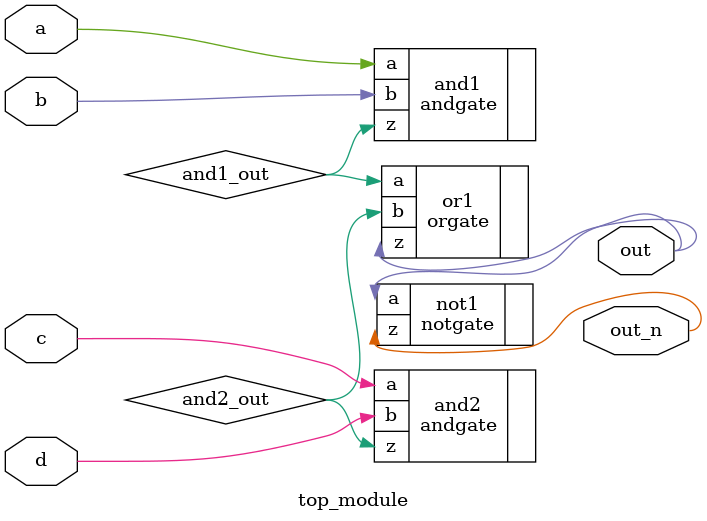
<source format=sv>
module top_module (
    input a,
    input b,
    input c,
    input d,
    output out,
    output out_n );
    
    wire and1_out, and2_out;
    
    andgate and1 (.a(a), .b(b), .z(and1_out));
    andgate and2 (.a(c), .b(d), .z(and2_out));
    
    orgate or1 (.a(and1_out), .b(and2_out), .z(out));
    
    notgate not1 (.a(out), .z(out_n));
    
endmodule

</source>
